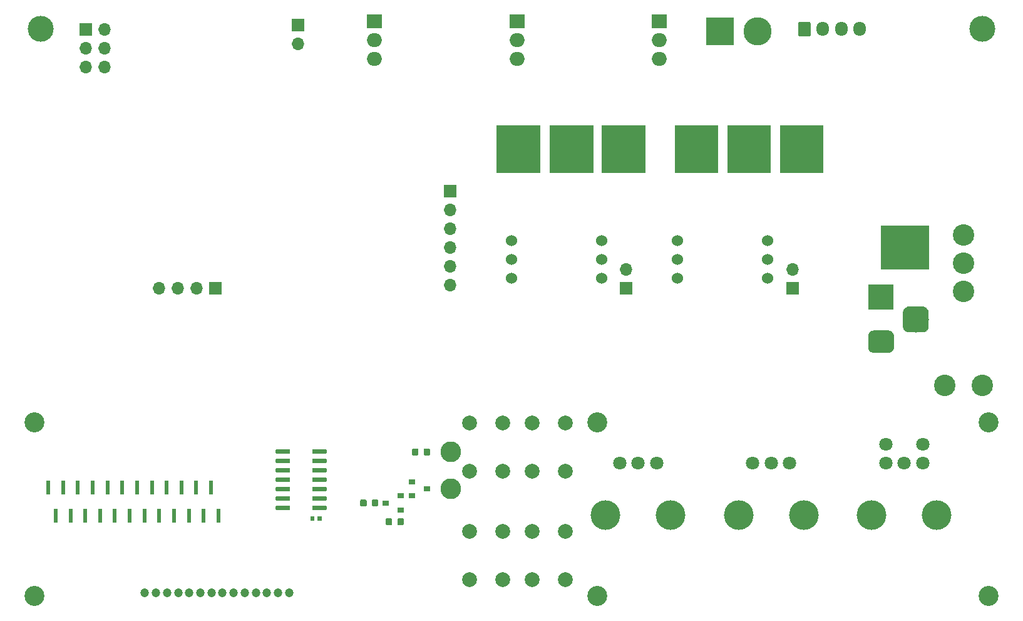
<source format=gbs>
G04 #@! TF.GenerationSoftware,KiCad,Pcbnew,(5.1.2)-1*
G04 #@! TF.CreationDate,2019-07-27T13:44:34-05:00*
G04 #@! TF.ProjectId,mk312,6d6b3331-322e-46b6-9963-61645f706362,rev?*
G04 #@! TF.SameCoordinates,Original*
G04 #@! TF.FileFunction,Soldermask,Bot*
G04 #@! TF.FilePolarity,Negative*
%FSLAX46Y46*%
G04 Gerber Fmt 4.6, Leading zero omitted, Abs format (unit mm)*
G04 Created by KiCad (PCBNEW (5.1.2)-1) date 2019-07-27 13:44:34*
%MOMM*%
%LPD*%
G04 APERTURE LIST*
%ADD10C,0.100000*%
%ADD11C,0.050000*%
%ADD12O,1.700000X1.950000*%
%ADD13C,1.700000*%
%ADD14C,3.800000*%
%ADD15R,3.800000X3.800000*%
%ADD16C,1.524000*%
%ADD17C,3.500000*%
%ADD18C,2.700000*%
%ADD19C,1.800000*%
%ADD20C,4.000000*%
%ADD21C,2.800000*%
%ADD22C,1.200000*%
%ADD23C,2.000000*%
%ADD24C,3.000000*%
%ADD25R,3.500000X3.500000*%
%ADD26O,2.000000X1.905000*%
%ADD27R,2.000000X1.905000*%
%ADD28C,2.900000*%
%ADD29R,0.600000X1.850000*%
%ADD30C,0.590000*%
%ADD31O,1.700000X1.700000*%
%ADD32R,1.700000X1.700000*%
%ADD33C,0.600000*%
%ADD34R,0.900000X0.800000*%
%ADD35C,0.875000*%
G04 APERTURE END LIST*
D10*
G36*
X199490000Y-58760000D02*
G01*
X193090000Y-58760000D01*
X193090000Y-52960000D01*
X199490000Y-52960000D01*
X199490000Y-58760000D01*
G37*
X199490000Y-58760000D02*
X193090000Y-58760000D01*
X193090000Y-52960000D01*
X199490000Y-52960000D01*
X199490000Y-58760000D01*
D11*
G36*
X185214000Y-45750000D02*
G01*
X179414000Y-45750000D01*
X179414000Y-39350000D01*
X185214000Y-39350000D01*
X185214000Y-45750000D01*
G37*
X185214000Y-45750000D02*
X179414000Y-45750000D01*
X179414000Y-39350000D01*
X185214000Y-39350000D01*
X185214000Y-45750000D01*
G36*
X178100000Y-45750000D02*
G01*
X172300000Y-45750000D01*
X172300000Y-39350000D01*
X178100000Y-39350000D01*
X178100000Y-45750000D01*
G37*
X178100000Y-45750000D02*
X172300000Y-45750000D01*
X172300000Y-39350000D01*
X178100000Y-39350000D01*
X178100000Y-45750000D01*
G36*
X170990000Y-45750000D02*
G01*
X165190000Y-45750000D01*
X165190000Y-39350000D01*
X170990000Y-39350000D01*
X170990000Y-45750000D01*
G37*
X170990000Y-45750000D02*
X165190000Y-45750000D01*
X165190000Y-39350000D01*
X170990000Y-39350000D01*
X170990000Y-45750000D01*
G36*
X161148000Y-45750000D02*
G01*
X155348000Y-45750000D01*
X155348000Y-39350000D01*
X161148000Y-39350000D01*
X161148000Y-45750000D01*
G37*
X161148000Y-45750000D02*
X155348000Y-45750000D01*
X155348000Y-39350000D01*
X161148000Y-39350000D01*
X161148000Y-45750000D01*
G36*
X154100000Y-45750000D02*
G01*
X148300000Y-45750000D01*
X148300000Y-39350000D01*
X154100000Y-39350000D01*
X154100000Y-45750000D01*
G37*
X154100000Y-45750000D02*
X148300000Y-45750000D01*
X148300000Y-39350000D01*
X154100000Y-39350000D01*
X154100000Y-45750000D01*
G36*
X146924000Y-45750000D02*
G01*
X141124000Y-45750000D01*
X141124000Y-39350000D01*
X146924000Y-39350000D01*
X146924000Y-45750000D01*
G37*
X146924000Y-45750000D02*
X141124000Y-45750000D01*
X141124000Y-39350000D01*
X146924000Y-39350000D01*
X146924000Y-45750000D01*
D12*
X190240000Y-26380000D03*
X187740000Y-26380000D03*
X185240000Y-26380000D03*
D10*
G36*
X183364504Y-25406204D02*
G01*
X183388773Y-25409804D01*
X183412571Y-25415765D01*
X183435671Y-25424030D01*
X183457849Y-25434520D01*
X183478893Y-25447133D01*
X183498598Y-25461747D01*
X183516777Y-25478223D01*
X183533253Y-25496402D01*
X183547867Y-25516107D01*
X183560480Y-25537151D01*
X183570970Y-25559329D01*
X183579235Y-25582429D01*
X183585196Y-25606227D01*
X183588796Y-25630496D01*
X183590000Y-25655000D01*
X183590000Y-27105000D01*
X183588796Y-27129504D01*
X183585196Y-27153773D01*
X183579235Y-27177571D01*
X183570970Y-27200671D01*
X183560480Y-27222849D01*
X183547867Y-27243893D01*
X183533253Y-27263598D01*
X183516777Y-27281777D01*
X183498598Y-27298253D01*
X183478893Y-27312867D01*
X183457849Y-27325480D01*
X183435671Y-27335970D01*
X183412571Y-27344235D01*
X183388773Y-27350196D01*
X183364504Y-27353796D01*
X183340000Y-27355000D01*
X182140000Y-27355000D01*
X182115496Y-27353796D01*
X182091227Y-27350196D01*
X182067429Y-27344235D01*
X182044329Y-27335970D01*
X182022151Y-27325480D01*
X182001107Y-27312867D01*
X181981402Y-27298253D01*
X181963223Y-27281777D01*
X181946747Y-27263598D01*
X181932133Y-27243893D01*
X181919520Y-27222849D01*
X181909030Y-27200671D01*
X181900765Y-27177571D01*
X181894804Y-27153773D01*
X181891204Y-27129504D01*
X181890000Y-27105000D01*
X181890000Y-25655000D01*
X181891204Y-25630496D01*
X181894804Y-25606227D01*
X181900765Y-25582429D01*
X181909030Y-25559329D01*
X181919520Y-25537151D01*
X181932133Y-25516107D01*
X181946747Y-25496402D01*
X181963223Y-25478223D01*
X181981402Y-25461747D01*
X182001107Y-25447133D01*
X182022151Y-25434520D01*
X182044329Y-25424030D01*
X182067429Y-25415765D01*
X182091227Y-25409804D01*
X182115496Y-25406204D01*
X182140000Y-25405000D01*
X183340000Y-25405000D01*
X183364504Y-25406204D01*
X183364504Y-25406204D01*
G37*
D13*
X182740000Y-26380000D03*
D14*
X176360000Y-26650000D03*
D15*
X171360000Y-26650000D03*
D16*
X143104000Y-60040000D03*
X143104000Y-57500000D03*
X143104000Y-54960000D03*
X155296000Y-54960000D03*
X155296000Y-57500000D03*
X155296000Y-60040000D03*
D17*
X206770000Y-26330000D03*
X79430000Y-26330000D03*
D18*
X207650000Y-79500000D03*
X207650000Y-103000000D03*
X154750000Y-103000000D03*
X78600000Y-103000000D03*
X154750000Y-79500000D03*
X78600000Y-79500000D03*
D19*
X193750000Y-82500000D03*
X198750000Y-82500000D03*
X198750000Y-85000000D03*
X196250000Y-85000000D03*
X193750000Y-85000000D03*
D20*
X200650000Y-92000000D03*
X191850000Y-92000000D03*
X173850000Y-92000000D03*
X182650000Y-92000000D03*
D19*
X175750000Y-85000000D03*
X178250000Y-85000000D03*
X180750000Y-85000000D03*
D20*
X155850000Y-92000000D03*
X164650000Y-92000000D03*
D19*
X157750000Y-85000000D03*
X160250000Y-85000000D03*
X162750000Y-85000000D03*
D21*
X134950000Y-88500000D03*
X134950000Y-83500000D03*
D22*
X93550000Y-102550000D03*
X95050000Y-102550000D03*
X96550000Y-102550000D03*
X98050000Y-102550000D03*
X99550000Y-102550000D03*
X101050000Y-102550000D03*
X102550000Y-102550000D03*
X104050000Y-102550000D03*
X105550000Y-102550000D03*
X107050000Y-102550000D03*
X108550000Y-102550000D03*
X110050000Y-102550000D03*
X111550000Y-102550000D03*
X113050000Y-102550000D03*
D23*
X137450000Y-79600000D03*
X137450000Y-86100000D03*
X141950000Y-79600000D03*
X141950000Y-86100000D03*
X150450000Y-86100000D03*
X150450000Y-79600000D03*
X145950000Y-86100000D03*
X145950000Y-79600000D03*
X137450000Y-94250000D03*
X137450000Y-100750000D03*
X141950000Y-94250000D03*
X141950000Y-100750000D03*
X150450000Y-100750000D03*
X150450000Y-94250000D03*
X145950000Y-100750000D03*
X145950000Y-94250000D03*
D10*
G36*
X198760765Y-63850213D02*
G01*
X198845704Y-63862813D01*
X198928999Y-63883677D01*
X199009848Y-63912605D01*
X199087472Y-63949319D01*
X199161124Y-63993464D01*
X199230094Y-64044616D01*
X199293718Y-64102282D01*
X199351384Y-64165906D01*
X199402536Y-64234876D01*
X199446681Y-64308528D01*
X199483395Y-64386152D01*
X199512323Y-64467001D01*
X199533187Y-64550296D01*
X199545787Y-64635235D01*
X199550000Y-64721000D01*
X199550000Y-66471000D01*
X199545787Y-66556765D01*
X199533187Y-66641704D01*
X199512323Y-66724999D01*
X199483395Y-66805848D01*
X199446681Y-66883472D01*
X199402536Y-66957124D01*
X199351384Y-67026094D01*
X199293718Y-67089718D01*
X199230094Y-67147384D01*
X199161124Y-67198536D01*
X199087472Y-67242681D01*
X199009848Y-67279395D01*
X198928999Y-67308323D01*
X198845704Y-67329187D01*
X198760765Y-67341787D01*
X198675000Y-67346000D01*
X196925000Y-67346000D01*
X196839235Y-67341787D01*
X196754296Y-67329187D01*
X196671001Y-67308323D01*
X196590152Y-67279395D01*
X196512528Y-67242681D01*
X196438876Y-67198536D01*
X196369906Y-67147384D01*
X196306282Y-67089718D01*
X196248616Y-67026094D01*
X196197464Y-66957124D01*
X196153319Y-66883472D01*
X196116605Y-66805848D01*
X196087677Y-66724999D01*
X196066813Y-66641704D01*
X196054213Y-66556765D01*
X196050000Y-66471000D01*
X196050000Y-64721000D01*
X196054213Y-64635235D01*
X196066813Y-64550296D01*
X196087677Y-64467001D01*
X196116605Y-64386152D01*
X196153319Y-64308528D01*
X196197464Y-64234876D01*
X196248616Y-64165906D01*
X196306282Y-64102282D01*
X196369906Y-64044616D01*
X196438876Y-63993464D01*
X196512528Y-63949319D01*
X196590152Y-63912605D01*
X196671001Y-63883677D01*
X196754296Y-63862813D01*
X196839235Y-63850213D01*
X196925000Y-63846000D01*
X198675000Y-63846000D01*
X198760765Y-63850213D01*
X198760765Y-63850213D01*
G37*
D17*
X197800000Y-65596000D03*
D10*
G36*
X194173513Y-67099611D02*
G01*
X194246318Y-67110411D01*
X194317714Y-67128295D01*
X194387013Y-67153090D01*
X194453548Y-67184559D01*
X194516678Y-67222398D01*
X194575795Y-67266242D01*
X194630330Y-67315670D01*
X194679758Y-67370205D01*
X194723602Y-67429322D01*
X194761441Y-67492452D01*
X194792910Y-67558987D01*
X194817705Y-67628286D01*
X194835589Y-67699682D01*
X194846389Y-67772487D01*
X194850000Y-67846000D01*
X194850000Y-69346000D01*
X194846389Y-69419513D01*
X194835589Y-69492318D01*
X194817705Y-69563714D01*
X194792910Y-69633013D01*
X194761441Y-69699548D01*
X194723602Y-69762678D01*
X194679758Y-69821795D01*
X194630330Y-69876330D01*
X194575795Y-69925758D01*
X194516678Y-69969602D01*
X194453548Y-70007441D01*
X194387013Y-70038910D01*
X194317714Y-70063705D01*
X194246318Y-70081589D01*
X194173513Y-70092389D01*
X194100000Y-70096000D01*
X192100000Y-70096000D01*
X192026487Y-70092389D01*
X191953682Y-70081589D01*
X191882286Y-70063705D01*
X191812987Y-70038910D01*
X191746452Y-70007441D01*
X191683322Y-69969602D01*
X191624205Y-69925758D01*
X191569670Y-69876330D01*
X191520242Y-69821795D01*
X191476398Y-69762678D01*
X191438559Y-69699548D01*
X191407090Y-69633013D01*
X191382295Y-69563714D01*
X191364411Y-69492318D01*
X191353611Y-69419513D01*
X191350000Y-69346000D01*
X191350000Y-67846000D01*
X191353611Y-67772487D01*
X191364411Y-67699682D01*
X191382295Y-67628286D01*
X191407090Y-67558987D01*
X191438559Y-67492452D01*
X191476398Y-67429322D01*
X191520242Y-67370205D01*
X191569670Y-67315670D01*
X191624205Y-67266242D01*
X191683322Y-67222398D01*
X191746452Y-67184559D01*
X191812987Y-67153090D01*
X191882286Y-67128295D01*
X191953682Y-67110411D01*
X192026487Y-67099611D01*
X192100000Y-67096000D01*
X194100000Y-67096000D01*
X194173513Y-67099611D01*
X194173513Y-67099611D01*
G37*
D24*
X193100000Y-68596000D03*
D25*
X193100000Y-62596000D03*
D26*
X163101000Y-30423800D03*
X163101000Y-27883800D03*
D27*
X163101000Y-25343800D03*
D26*
X143861000Y-30420000D03*
X143861000Y-27880000D03*
D27*
X143861000Y-25340000D03*
D26*
X124591000Y-30430000D03*
X124591000Y-27890000D03*
D27*
X124591000Y-25350000D03*
D28*
X206790000Y-74534000D03*
X201710000Y-74534000D03*
X204250000Y-54214000D03*
X204250000Y-58024000D03*
X204250000Y-61834000D03*
D29*
X80490000Y-88300000D03*
X81490000Y-92150000D03*
X82490000Y-88300000D03*
X83490000Y-92150000D03*
X84490000Y-88300000D03*
X85490000Y-92150000D03*
X86490000Y-88300000D03*
X87490000Y-92150000D03*
X88490000Y-88300000D03*
X89490000Y-92150000D03*
X90490000Y-88300000D03*
X91490000Y-92150000D03*
X92490000Y-88300000D03*
X93490000Y-92150000D03*
X94490000Y-88300000D03*
X95490000Y-92150000D03*
X96490000Y-88300000D03*
X97490000Y-92150000D03*
X98490000Y-88300000D03*
X99490000Y-92150000D03*
X100490000Y-88300000D03*
X101490000Y-92150000D03*
X102490000Y-88300000D03*
X103490000Y-92150000D03*
D10*
G36*
X116366958Y-92180710D02*
G01*
X116381276Y-92182834D01*
X116395317Y-92186351D01*
X116408946Y-92191228D01*
X116422031Y-92197417D01*
X116434447Y-92204858D01*
X116446073Y-92213481D01*
X116456798Y-92223202D01*
X116466519Y-92233927D01*
X116475142Y-92245553D01*
X116482583Y-92257969D01*
X116488772Y-92271054D01*
X116493649Y-92284683D01*
X116497166Y-92298724D01*
X116499290Y-92313042D01*
X116500000Y-92327500D01*
X116500000Y-92672500D01*
X116499290Y-92686958D01*
X116497166Y-92701276D01*
X116493649Y-92715317D01*
X116488772Y-92728946D01*
X116482583Y-92742031D01*
X116475142Y-92754447D01*
X116466519Y-92766073D01*
X116456798Y-92776798D01*
X116446073Y-92786519D01*
X116434447Y-92795142D01*
X116422031Y-92802583D01*
X116408946Y-92808772D01*
X116395317Y-92813649D01*
X116381276Y-92817166D01*
X116366958Y-92819290D01*
X116352500Y-92820000D01*
X116057500Y-92820000D01*
X116043042Y-92819290D01*
X116028724Y-92817166D01*
X116014683Y-92813649D01*
X116001054Y-92808772D01*
X115987969Y-92802583D01*
X115975553Y-92795142D01*
X115963927Y-92786519D01*
X115953202Y-92776798D01*
X115943481Y-92766073D01*
X115934858Y-92754447D01*
X115927417Y-92742031D01*
X115921228Y-92728946D01*
X115916351Y-92715317D01*
X115912834Y-92701276D01*
X115910710Y-92686958D01*
X115910000Y-92672500D01*
X115910000Y-92327500D01*
X115910710Y-92313042D01*
X115912834Y-92298724D01*
X115916351Y-92284683D01*
X115921228Y-92271054D01*
X115927417Y-92257969D01*
X115934858Y-92245553D01*
X115943481Y-92233927D01*
X115953202Y-92223202D01*
X115963927Y-92213481D01*
X115975553Y-92204858D01*
X115987969Y-92197417D01*
X116001054Y-92191228D01*
X116014683Y-92186351D01*
X116028724Y-92182834D01*
X116043042Y-92180710D01*
X116057500Y-92180000D01*
X116352500Y-92180000D01*
X116366958Y-92180710D01*
X116366958Y-92180710D01*
G37*
D30*
X116205000Y-92500000D03*
D10*
G36*
X117336958Y-92180710D02*
G01*
X117351276Y-92182834D01*
X117365317Y-92186351D01*
X117378946Y-92191228D01*
X117392031Y-92197417D01*
X117404447Y-92204858D01*
X117416073Y-92213481D01*
X117426798Y-92223202D01*
X117436519Y-92233927D01*
X117445142Y-92245553D01*
X117452583Y-92257969D01*
X117458772Y-92271054D01*
X117463649Y-92284683D01*
X117467166Y-92298724D01*
X117469290Y-92313042D01*
X117470000Y-92327500D01*
X117470000Y-92672500D01*
X117469290Y-92686958D01*
X117467166Y-92701276D01*
X117463649Y-92715317D01*
X117458772Y-92728946D01*
X117452583Y-92742031D01*
X117445142Y-92754447D01*
X117436519Y-92766073D01*
X117426798Y-92776798D01*
X117416073Y-92786519D01*
X117404447Y-92795142D01*
X117392031Y-92802583D01*
X117378946Y-92808772D01*
X117365317Y-92813649D01*
X117351276Y-92817166D01*
X117336958Y-92819290D01*
X117322500Y-92820000D01*
X117027500Y-92820000D01*
X117013042Y-92819290D01*
X116998724Y-92817166D01*
X116984683Y-92813649D01*
X116971054Y-92808772D01*
X116957969Y-92802583D01*
X116945553Y-92795142D01*
X116933927Y-92786519D01*
X116923202Y-92776798D01*
X116913481Y-92766073D01*
X116904858Y-92754447D01*
X116897417Y-92742031D01*
X116891228Y-92728946D01*
X116886351Y-92715317D01*
X116882834Y-92701276D01*
X116880710Y-92686958D01*
X116880000Y-92672500D01*
X116880000Y-92327500D01*
X116880710Y-92313042D01*
X116882834Y-92298724D01*
X116886351Y-92284683D01*
X116891228Y-92271054D01*
X116897417Y-92257969D01*
X116904858Y-92245553D01*
X116913481Y-92233927D01*
X116923202Y-92223202D01*
X116933927Y-92213481D01*
X116945553Y-92204858D01*
X116957969Y-92197417D01*
X116971054Y-92191228D01*
X116984683Y-92186351D01*
X116998724Y-92182834D01*
X117013042Y-92180710D01*
X117027500Y-92180000D01*
X117322500Y-92180000D01*
X117336958Y-92180710D01*
X117336958Y-92180710D01*
G37*
D30*
X117175000Y-92500000D03*
D31*
X158640000Y-58810000D03*
D32*
X158640000Y-61350000D03*
D31*
X181140000Y-58810000D03*
D32*
X181140000Y-61350000D03*
D31*
X114298600Y-28336000D03*
D32*
X114298600Y-25796000D03*
D31*
X95440000Y-61420000D03*
X97980000Y-61420000D03*
X100520000Y-61420000D03*
D32*
X103060000Y-61420000D03*
D31*
X134840000Y-60970000D03*
X134840000Y-58430000D03*
X134840000Y-55890000D03*
X134840000Y-53350000D03*
X134840000Y-50810000D03*
D32*
X134840000Y-48270000D03*
D31*
X88130000Y-31530000D03*
X85590000Y-31530000D03*
X88130000Y-28990000D03*
X85590000Y-28990000D03*
X88130000Y-26450000D03*
D32*
X85590000Y-26450000D03*
D10*
G36*
X118004703Y-90760722D02*
G01*
X118019264Y-90762882D01*
X118033543Y-90766459D01*
X118047403Y-90771418D01*
X118060710Y-90777712D01*
X118073336Y-90785280D01*
X118085159Y-90794048D01*
X118096066Y-90803934D01*
X118105952Y-90814841D01*
X118114720Y-90826664D01*
X118122288Y-90839290D01*
X118128582Y-90852597D01*
X118133541Y-90866457D01*
X118137118Y-90880736D01*
X118139278Y-90895297D01*
X118140000Y-90910000D01*
X118140000Y-91210000D01*
X118139278Y-91224703D01*
X118137118Y-91239264D01*
X118133541Y-91253543D01*
X118128582Y-91267403D01*
X118122288Y-91280710D01*
X118114720Y-91293336D01*
X118105952Y-91305159D01*
X118096066Y-91316066D01*
X118085159Y-91325952D01*
X118073336Y-91334720D01*
X118060710Y-91342288D01*
X118047403Y-91348582D01*
X118033543Y-91353541D01*
X118019264Y-91357118D01*
X118004703Y-91359278D01*
X117990000Y-91360000D01*
X116340000Y-91360000D01*
X116325297Y-91359278D01*
X116310736Y-91357118D01*
X116296457Y-91353541D01*
X116282597Y-91348582D01*
X116269290Y-91342288D01*
X116256664Y-91334720D01*
X116244841Y-91325952D01*
X116233934Y-91316066D01*
X116224048Y-91305159D01*
X116215280Y-91293336D01*
X116207712Y-91280710D01*
X116201418Y-91267403D01*
X116196459Y-91253543D01*
X116192882Y-91239264D01*
X116190722Y-91224703D01*
X116190000Y-91210000D01*
X116190000Y-90910000D01*
X116190722Y-90895297D01*
X116192882Y-90880736D01*
X116196459Y-90866457D01*
X116201418Y-90852597D01*
X116207712Y-90839290D01*
X116215280Y-90826664D01*
X116224048Y-90814841D01*
X116233934Y-90803934D01*
X116244841Y-90794048D01*
X116256664Y-90785280D01*
X116269290Y-90777712D01*
X116282597Y-90771418D01*
X116296457Y-90766459D01*
X116310736Y-90762882D01*
X116325297Y-90760722D01*
X116340000Y-90760000D01*
X117990000Y-90760000D01*
X118004703Y-90760722D01*
X118004703Y-90760722D01*
G37*
D33*
X117165000Y-91060000D03*
D10*
G36*
X118004703Y-89490722D02*
G01*
X118019264Y-89492882D01*
X118033543Y-89496459D01*
X118047403Y-89501418D01*
X118060710Y-89507712D01*
X118073336Y-89515280D01*
X118085159Y-89524048D01*
X118096066Y-89533934D01*
X118105952Y-89544841D01*
X118114720Y-89556664D01*
X118122288Y-89569290D01*
X118128582Y-89582597D01*
X118133541Y-89596457D01*
X118137118Y-89610736D01*
X118139278Y-89625297D01*
X118140000Y-89640000D01*
X118140000Y-89940000D01*
X118139278Y-89954703D01*
X118137118Y-89969264D01*
X118133541Y-89983543D01*
X118128582Y-89997403D01*
X118122288Y-90010710D01*
X118114720Y-90023336D01*
X118105952Y-90035159D01*
X118096066Y-90046066D01*
X118085159Y-90055952D01*
X118073336Y-90064720D01*
X118060710Y-90072288D01*
X118047403Y-90078582D01*
X118033543Y-90083541D01*
X118019264Y-90087118D01*
X118004703Y-90089278D01*
X117990000Y-90090000D01*
X116340000Y-90090000D01*
X116325297Y-90089278D01*
X116310736Y-90087118D01*
X116296457Y-90083541D01*
X116282597Y-90078582D01*
X116269290Y-90072288D01*
X116256664Y-90064720D01*
X116244841Y-90055952D01*
X116233934Y-90046066D01*
X116224048Y-90035159D01*
X116215280Y-90023336D01*
X116207712Y-90010710D01*
X116201418Y-89997403D01*
X116196459Y-89983543D01*
X116192882Y-89969264D01*
X116190722Y-89954703D01*
X116190000Y-89940000D01*
X116190000Y-89640000D01*
X116190722Y-89625297D01*
X116192882Y-89610736D01*
X116196459Y-89596457D01*
X116201418Y-89582597D01*
X116207712Y-89569290D01*
X116215280Y-89556664D01*
X116224048Y-89544841D01*
X116233934Y-89533934D01*
X116244841Y-89524048D01*
X116256664Y-89515280D01*
X116269290Y-89507712D01*
X116282597Y-89501418D01*
X116296457Y-89496459D01*
X116310736Y-89492882D01*
X116325297Y-89490722D01*
X116340000Y-89490000D01*
X117990000Y-89490000D01*
X118004703Y-89490722D01*
X118004703Y-89490722D01*
G37*
D33*
X117165000Y-89790000D03*
D10*
G36*
X118004703Y-88220722D02*
G01*
X118019264Y-88222882D01*
X118033543Y-88226459D01*
X118047403Y-88231418D01*
X118060710Y-88237712D01*
X118073336Y-88245280D01*
X118085159Y-88254048D01*
X118096066Y-88263934D01*
X118105952Y-88274841D01*
X118114720Y-88286664D01*
X118122288Y-88299290D01*
X118128582Y-88312597D01*
X118133541Y-88326457D01*
X118137118Y-88340736D01*
X118139278Y-88355297D01*
X118140000Y-88370000D01*
X118140000Y-88670000D01*
X118139278Y-88684703D01*
X118137118Y-88699264D01*
X118133541Y-88713543D01*
X118128582Y-88727403D01*
X118122288Y-88740710D01*
X118114720Y-88753336D01*
X118105952Y-88765159D01*
X118096066Y-88776066D01*
X118085159Y-88785952D01*
X118073336Y-88794720D01*
X118060710Y-88802288D01*
X118047403Y-88808582D01*
X118033543Y-88813541D01*
X118019264Y-88817118D01*
X118004703Y-88819278D01*
X117990000Y-88820000D01*
X116340000Y-88820000D01*
X116325297Y-88819278D01*
X116310736Y-88817118D01*
X116296457Y-88813541D01*
X116282597Y-88808582D01*
X116269290Y-88802288D01*
X116256664Y-88794720D01*
X116244841Y-88785952D01*
X116233934Y-88776066D01*
X116224048Y-88765159D01*
X116215280Y-88753336D01*
X116207712Y-88740710D01*
X116201418Y-88727403D01*
X116196459Y-88713543D01*
X116192882Y-88699264D01*
X116190722Y-88684703D01*
X116190000Y-88670000D01*
X116190000Y-88370000D01*
X116190722Y-88355297D01*
X116192882Y-88340736D01*
X116196459Y-88326457D01*
X116201418Y-88312597D01*
X116207712Y-88299290D01*
X116215280Y-88286664D01*
X116224048Y-88274841D01*
X116233934Y-88263934D01*
X116244841Y-88254048D01*
X116256664Y-88245280D01*
X116269290Y-88237712D01*
X116282597Y-88231418D01*
X116296457Y-88226459D01*
X116310736Y-88222882D01*
X116325297Y-88220722D01*
X116340000Y-88220000D01*
X117990000Y-88220000D01*
X118004703Y-88220722D01*
X118004703Y-88220722D01*
G37*
D33*
X117165000Y-88520000D03*
D10*
G36*
X118004703Y-86950722D02*
G01*
X118019264Y-86952882D01*
X118033543Y-86956459D01*
X118047403Y-86961418D01*
X118060710Y-86967712D01*
X118073336Y-86975280D01*
X118085159Y-86984048D01*
X118096066Y-86993934D01*
X118105952Y-87004841D01*
X118114720Y-87016664D01*
X118122288Y-87029290D01*
X118128582Y-87042597D01*
X118133541Y-87056457D01*
X118137118Y-87070736D01*
X118139278Y-87085297D01*
X118140000Y-87100000D01*
X118140000Y-87400000D01*
X118139278Y-87414703D01*
X118137118Y-87429264D01*
X118133541Y-87443543D01*
X118128582Y-87457403D01*
X118122288Y-87470710D01*
X118114720Y-87483336D01*
X118105952Y-87495159D01*
X118096066Y-87506066D01*
X118085159Y-87515952D01*
X118073336Y-87524720D01*
X118060710Y-87532288D01*
X118047403Y-87538582D01*
X118033543Y-87543541D01*
X118019264Y-87547118D01*
X118004703Y-87549278D01*
X117990000Y-87550000D01*
X116340000Y-87550000D01*
X116325297Y-87549278D01*
X116310736Y-87547118D01*
X116296457Y-87543541D01*
X116282597Y-87538582D01*
X116269290Y-87532288D01*
X116256664Y-87524720D01*
X116244841Y-87515952D01*
X116233934Y-87506066D01*
X116224048Y-87495159D01*
X116215280Y-87483336D01*
X116207712Y-87470710D01*
X116201418Y-87457403D01*
X116196459Y-87443543D01*
X116192882Y-87429264D01*
X116190722Y-87414703D01*
X116190000Y-87400000D01*
X116190000Y-87100000D01*
X116190722Y-87085297D01*
X116192882Y-87070736D01*
X116196459Y-87056457D01*
X116201418Y-87042597D01*
X116207712Y-87029290D01*
X116215280Y-87016664D01*
X116224048Y-87004841D01*
X116233934Y-86993934D01*
X116244841Y-86984048D01*
X116256664Y-86975280D01*
X116269290Y-86967712D01*
X116282597Y-86961418D01*
X116296457Y-86956459D01*
X116310736Y-86952882D01*
X116325297Y-86950722D01*
X116340000Y-86950000D01*
X117990000Y-86950000D01*
X118004703Y-86950722D01*
X118004703Y-86950722D01*
G37*
D33*
X117165000Y-87250000D03*
D10*
G36*
X118004703Y-85680722D02*
G01*
X118019264Y-85682882D01*
X118033543Y-85686459D01*
X118047403Y-85691418D01*
X118060710Y-85697712D01*
X118073336Y-85705280D01*
X118085159Y-85714048D01*
X118096066Y-85723934D01*
X118105952Y-85734841D01*
X118114720Y-85746664D01*
X118122288Y-85759290D01*
X118128582Y-85772597D01*
X118133541Y-85786457D01*
X118137118Y-85800736D01*
X118139278Y-85815297D01*
X118140000Y-85830000D01*
X118140000Y-86130000D01*
X118139278Y-86144703D01*
X118137118Y-86159264D01*
X118133541Y-86173543D01*
X118128582Y-86187403D01*
X118122288Y-86200710D01*
X118114720Y-86213336D01*
X118105952Y-86225159D01*
X118096066Y-86236066D01*
X118085159Y-86245952D01*
X118073336Y-86254720D01*
X118060710Y-86262288D01*
X118047403Y-86268582D01*
X118033543Y-86273541D01*
X118019264Y-86277118D01*
X118004703Y-86279278D01*
X117990000Y-86280000D01*
X116340000Y-86280000D01*
X116325297Y-86279278D01*
X116310736Y-86277118D01*
X116296457Y-86273541D01*
X116282597Y-86268582D01*
X116269290Y-86262288D01*
X116256664Y-86254720D01*
X116244841Y-86245952D01*
X116233934Y-86236066D01*
X116224048Y-86225159D01*
X116215280Y-86213336D01*
X116207712Y-86200710D01*
X116201418Y-86187403D01*
X116196459Y-86173543D01*
X116192882Y-86159264D01*
X116190722Y-86144703D01*
X116190000Y-86130000D01*
X116190000Y-85830000D01*
X116190722Y-85815297D01*
X116192882Y-85800736D01*
X116196459Y-85786457D01*
X116201418Y-85772597D01*
X116207712Y-85759290D01*
X116215280Y-85746664D01*
X116224048Y-85734841D01*
X116233934Y-85723934D01*
X116244841Y-85714048D01*
X116256664Y-85705280D01*
X116269290Y-85697712D01*
X116282597Y-85691418D01*
X116296457Y-85686459D01*
X116310736Y-85682882D01*
X116325297Y-85680722D01*
X116340000Y-85680000D01*
X117990000Y-85680000D01*
X118004703Y-85680722D01*
X118004703Y-85680722D01*
G37*
D33*
X117165000Y-85980000D03*
D10*
G36*
X118004703Y-84410722D02*
G01*
X118019264Y-84412882D01*
X118033543Y-84416459D01*
X118047403Y-84421418D01*
X118060710Y-84427712D01*
X118073336Y-84435280D01*
X118085159Y-84444048D01*
X118096066Y-84453934D01*
X118105952Y-84464841D01*
X118114720Y-84476664D01*
X118122288Y-84489290D01*
X118128582Y-84502597D01*
X118133541Y-84516457D01*
X118137118Y-84530736D01*
X118139278Y-84545297D01*
X118140000Y-84560000D01*
X118140000Y-84860000D01*
X118139278Y-84874703D01*
X118137118Y-84889264D01*
X118133541Y-84903543D01*
X118128582Y-84917403D01*
X118122288Y-84930710D01*
X118114720Y-84943336D01*
X118105952Y-84955159D01*
X118096066Y-84966066D01*
X118085159Y-84975952D01*
X118073336Y-84984720D01*
X118060710Y-84992288D01*
X118047403Y-84998582D01*
X118033543Y-85003541D01*
X118019264Y-85007118D01*
X118004703Y-85009278D01*
X117990000Y-85010000D01*
X116340000Y-85010000D01*
X116325297Y-85009278D01*
X116310736Y-85007118D01*
X116296457Y-85003541D01*
X116282597Y-84998582D01*
X116269290Y-84992288D01*
X116256664Y-84984720D01*
X116244841Y-84975952D01*
X116233934Y-84966066D01*
X116224048Y-84955159D01*
X116215280Y-84943336D01*
X116207712Y-84930710D01*
X116201418Y-84917403D01*
X116196459Y-84903543D01*
X116192882Y-84889264D01*
X116190722Y-84874703D01*
X116190000Y-84860000D01*
X116190000Y-84560000D01*
X116190722Y-84545297D01*
X116192882Y-84530736D01*
X116196459Y-84516457D01*
X116201418Y-84502597D01*
X116207712Y-84489290D01*
X116215280Y-84476664D01*
X116224048Y-84464841D01*
X116233934Y-84453934D01*
X116244841Y-84444048D01*
X116256664Y-84435280D01*
X116269290Y-84427712D01*
X116282597Y-84421418D01*
X116296457Y-84416459D01*
X116310736Y-84412882D01*
X116325297Y-84410722D01*
X116340000Y-84410000D01*
X117990000Y-84410000D01*
X118004703Y-84410722D01*
X118004703Y-84410722D01*
G37*
D33*
X117165000Y-84710000D03*
D10*
G36*
X118004703Y-83140722D02*
G01*
X118019264Y-83142882D01*
X118033543Y-83146459D01*
X118047403Y-83151418D01*
X118060710Y-83157712D01*
X118073336Y-83165280D01*
X118085159Y-83174048D01*
X118096066Y-83183934D01*
X118105952Y-83194841D01*
X118114720Y-83206664D01*
X118122288Y-83219290D01*
X118128582Y-83232597D01*
X118133541Y-83246457D01*
X118137118Y-83260736D01*
X118139278Y-83275297D01*
X118140000Y-83290000D01*
X118140000Y-83590000D01*
X118139278Y-83604703D01*
X118137118Y-83619264D01*
X118133541Y-83633543D01*
X118128582Y-83647403D01*
X118122288Y-83660710D01*
X118114720Y-83673336D01*
X118105952Y-83685159D01*
X118096066Y-83696066D01*
X118085159Y-83705952D01*
X118073336Y-83714720D01*
X118060710Y-83722288D01*
X118047403Y-83728582D01*
X118033543Y-83733541D01*
X118019264Y-83737118D01*
X118004703Y-83739278D01*
X117990000Y-83740000D01*
X116340000Y-83740000D01*
X116325297Y-83739278D01*
X116310736Y-83737118D01*
X116296457Y-83733541D01*
X116282597Y-83728582D01*
X116269290Y-83722288D01*
X116256664Y-83714720D01*
X116244841Y-83705952D01*
X116233934Y-83696066D01*
X116224048Y-83685159D01*
X116215280Y-83673336D01*
X116207712Y-83660710D01*
X116201418Y-83647403D01*
X116196459Y-83633543D01*
X116192882Y-83619264D01*
X116190722Y-83604703D01*
X116190000Y-83590000D01*
X116190000Y-83290000D01*
X116190722Y-83275297D01*
X116192882Y-83260736D01*
X116196459Y-83246457D01*
X116201418Y-83232597D01*
X116207712Y-83219290D01*
X116215280Y-83206664D01*
X116224048Y-83194841D01*
X116233934Y-83183934D01*
X116244841Y-83174048D01*
X116256664Y-83165280D01*
X116269290Y-83157712D01*
X116282597Y-83151418D01*
X116296457Y-83146459D01*
X116310736Y-83142882D01*
X116325297Y-83140722D01*
X116340000Y-83140000D01*
X117990000Y-83140000D01*
X118004703Y-83140722D01*
X118004703Y-83140722D01*
G37*
D33*
X117165000Y-83440000D03*
D10*
G36*
X113054703Y-83140722D02*
G01*
X113069264Y-83142882D01*
X113083543Y-83146459D01*
X113097403Y-83151418D01*
X113110710Y-83157712D01*
X113123336Y-83165280D01*
X113135159Y-83174048D01*
X113146066Y-83183934D01*
X113155952Y-83194841D01*
X113164720Y-83206664D01*
X113172288Y-83219290D01*
X113178582Y-83232597D01*
X113183541Y-83246457D01*
X113187118Y-83260736D01*
X113189278Y-83275297D01*
X113190000Y-83290000D01*
X113190000Y-83590000D01*
X113189278Y-83604703D01*
X113187118Y-83619264D01*
X113183541Y-83633543D01*
X113178582Y-83647403D01*
X113172288Y-83660710D01*
X113164720Y-83673336D01*
X113155952Y-83685159D01*
X113146066Y-83696066D01*
X113135159Y-83705952D01*
X113123336Y-83714720D01*
X113110710Y-83722288D01*
X113097403Y-83728582D01*
X113083543Y-83733541D01*
X113069264Y-83737118D01*
X113054703Y-83739278D01*
X113040000Y-83740000D01*
X111390000Y-83740000D01*
X111375297Y-83739278D01*
X111360736Y-83737118D01*
X111346457Y-83733541D01*
X111332597Y-83728582D01*
X111319290Y-83722288D01*
X111306664Y-83714720D01*
X111294841Y-83705952D01*
X111283934Y-83696066D01*
X111274048Y-83685159D01*
X111265280Y-83673336D01*
X111257712Y-83660710D01*
X111251418Y-83647403D01*
X111246459Y-83633543D01*
X111242882Y-83619264D01*
X111240722Y-83604703D01*
X111240000Y-83590000D01*
X111240000Y-83290000D01*
X111240722Y-83275297D01*
X111242882Y-83260736D01*
X111246459Y-83246457D01*
X111251418Y-83232597D01*
X111257712Y-83219290D01*
X111265280Y-83206664D01*
X111274048Y-83194841D01*
X111283934Y-83183934D01*
X111294841Y-83174048D01*
X111306664Y-83165280D01*
X111319290Y-83157712D01*
X111332597Y-83151418D01*
X111346457Y-83146459D01*
X111360736Y-83142882D01*
X111375297Y-83140722D01*
X111390000Y-83140000D01*
X113040000Y-83140000D01*
X113054703Y-83140722D01*
X113054703Y-83140722D01*
G37*
D33*
X112215000Y-83440000D03*
D10*
G36*
X113054703Y-84410722D02*
G01*
X113069264Y-84412882D01*
X113083543Y-84416459D01*
X113097403Y-84421418D01*
X113110710Y-84427712D01*
X113123336Y-84435280D01*
X113135159Y-84444048D01*
X113146066Y-84453934D01*
X113155952Y-84464841D01*
X113164720Y-84476664D01*
X113172288Y-84489290D01*
X113178582Y-84502597D01*
X113183541Y-84516457D01*
X113187118Y-84530736D01*
X113189278Y-84545297D01*
X113190000Y-84560000D01*
X113190000Y-84860000D01*
X113189278Y-84874703D01*
X113187118Y-84889264D01*
X113183541Y-84903543D01*
X113178582Y-84917403D01*
X113172288Y-84930710D01*
X113164720Y-84943336D01*
X113155952Y-84955159D01*
X113146066Y-84966066D01*
X113135159Y-84975952D01*
X113123336Y-84984720D01*
X113110710Y-84992288D01*
X113097403Y-84998582D01*
X113083543Y-85003541D01*
X113069264Y-85007118D01*
X113054703Y-85009278D01*
X113040000Y-85010000D01*
X111390000Y-85010000D01*
X111375297Y-85009278D01*
X111360736Y-85007118D01*
X111346457Y-85003541D01*
X111332597Y-84998582D01*
X111319290Y-84992288D01*
X111306664Y-84984720D01*
X111294841Y-84975952D01*
X111283934Y-84966066D01*
X111274048Y-84955159D01*
X111265280Y-84943336D01*
X111257712Y-84930710D01*
X111251418Y-84917403D01*
X111246459Y-84903543D01*
X111242882Y-84889264D01*
X111240722Y-84874703D01*
X111240000Y-84860000D01*
X111240000Y-84560000D01*
X111240722Y-84545297D01*
X111242882Y-84530736D01*
X111246459Y-84516457D01*
X111251418Y-84502597D01*
X111257712Y-84489290D01*
X111265280Y-84476664D01*
X111274048Y-84464841D01*
X111283934Y-84453934D01*
X111294841Y-84444048D01*
X111306664Y-84435280D01*
X111319290Y-84427712D01*
X111332597Y-84421418D01*
X111346457Y-84416459D01*
X111360736Y-84412882D01*
X111375297Y-84410722D01*
X111390000Y-84410000D01*
X113040000Y-84410000D01*
X113054703Y-84410722D01*
X113054703Y-84410722D01*
G37*
D33*
X112215000Y-84710000D03*
D10*
G36*
X113054703Y-85680722D02*
G01*
X113069264Y-85682882D01*
X113083543Y-85686459D01*
X113097403Y-85691418D01*
X113110710Y-85697712D01*
X113123336Y-85705280D01*
X113135159Y-85714048D01*
X113146066Y-85723934D01*
X113155952Y-85734841D01*
X113164720Y-85746664D01*
X113172288Y-85759290D01*
X113178582Y-85772597D01*
X113183541Y-85786457D01*
X113187118Y-85800736D01*
X113189278Y-85815297D01*
X113190000Y-85830000D01*
X113190000Y-86130000D01*
X113189278Y-86144703D01*
X113187118Y-86159264D01*
X113183541Y-86173543D01*
X113178582Y-86187403D01*
X113172288Y-86200710D01*
X113164720Y-86213336D01*
X113155952Y-86225159D01*
X113146066Y-86236066D01*
X113135159Y-86245952D01*
X113123336Y-86254720D01*
X113110710Y-86262288D01*
X113097403Y-86268582D01*
X113083543Y-86273541D01*
X113069264Y-86277118D01*
X113054703Y-86279278D01*
X113040000Y-86280000D01*
X111390000Y-86280000D01*
X111375297Y-86279278D01*
X111360736Y-86277118D01*
X111346457Y-86273541D01*
X111332597Y-86268582D01*
X111319290Y-86262288D01*
X111306664Y-86254720D01*
X111294841Y-86245952D01*
X111283934Y-86236066D01*
X111274048Y-86225159D01*
X111265280Y-86213336D01*
X111257712Y-86200710D01*
X111251418Y-86187403D01*
X111246459Y-86173543D01*
X111242882Y-86159264D01*
X111240722Y-86144703D01*
X111240000Y-86130000D01*
X111240000Y-85830000D01*
X111240722Y-85815297D01*
X111242882Y-85800736D01*
X111246459Y-85786457D01*
X111251418Y-85772597D01*
X111257712Y-85759290D01*
X111265280Y-85746664D01*
X111274048Y-85734841D01*
X111283934Y-85723934D01*
X111294841Y-85714048D01*
X111306664Y-85705280D01*
X111319290Y-85697712D01*
X111332597Y-85691418D01*
X111346457Y-85686459D01*
X111360736Y-85682882D01*
X111375297Y-85680722D01*
X111390000Y-85680000D01*
X113040000Y-85680000D01*
X113054703Y-85680722D01*
X113054703Y-85680722D01*
G37*
D33*
X112215000Y-85980000D03*
D10*
G36*
X113054703Y-86950722D02*
G01*
X113069264Y-86952882D01*
X113083543Y-86956459D01*
X113097403Y-86961418D01*
X113110710Y-86967712D01*
X113123336Y-86975280D01*
X113135159Y-86984048D01*
X113146066Y-86993934D01*
X113155952Y-87004841D01*
X113164720Y-87016664D01*
X113172288Y-87029290D01*
X113178582Y-87042597D01*
X113183541Y-87056457D01*
X113187118Y-87070736D01*
X113189278Y-87085297D01*
X113190000Y-87100000D01*
X113190000Y-87400000D01*
X113189278Y-87414703D01*
X113187118Y-87429264D01*
X113183541Y-87443543D01*
X113178582Y-87457403D01*
X113172288Y-87470710D01*
X113164720Y-87483336D01*
X113155952Y-87495159D01*
X113146066Y-87506066D01*
X113135159Y-87515952D01*
X113123336Y-87524720D01*
X113110710Y-87532288D01*
X113097403Y-87538582D01*
X113083543Y-87543541D01*
X113069264Y-87547118D01*
X113054703Y-87549278D01*
X113040000Y-87550000D01*
X111390000Y-87550000D01*
X111375297Y-87549278D01*
X111360736Y-87547118D01*
X111346457Y-87543541D01*
X111332597Y-87538582D01*
X111319290Y-87532288D01*
X111306664Y-87524720D01*
X111294841Y-87515952D01*
X111283934Y-87506066D01*
X111274048Y-87495159D01*
X111265280Y-87483336D01*
X111257712Y-87470710D01*
X111251418Y-87457403D01*
X111246459Y-87443543D01*
X111242882Y-87429264D01*
X111240722Y-87414703D01*
X111240000Y-87400000D01*
X111240000Y-87100000D01*
X111240722Y-87085297D01*
X111242882Y-87070736D01*
X111246459Y-87056457D01*
X111251418Y-87042597D01*
X111257712Y-87029290D01*
X111265280Y-87016664D01*
X111274048Y-87004841D01*
X111283934Y-86993934D01*
X111294841Y-86984048D01*
X111306664Y-86975280D01*
X111319290Y-86967712D01*
X111332597Y-86961418D01*
X111346457Y-86956459D01*
X111360736Y-86952882D01*
X111375297Y-86950722D01*
X111390000Y-86950000D01*
X113040000Y-86950000D01*
X113054703Y-86950722D01*
X113054703Y-86950722D01*
G37*
D33*
X112215000Y-87250000D03*
D10*
G36*
X113054703Y-88220722D02*
G01*
X113069264Y-88222882D01*
X113083543Y-88226459D01*
X113097403Y-88231418D01*
X113110710Y-88237712D01*
X113123336Y-88245280D01*
X113135159Y-88254048D01*
X113146066Y-88263934D01*
X113155952Y-88274841D01*
X113164720Y-88286664D01*
X113172288Y-88299290D01*
X113178582Y-88312597D01*
X113183541Y-88326457D01*
X113187118Y-88340736D01*
X113189278Y-88355297D01*
X113190000Y-88370000D01*
X113190000Y-88670000D01*
X113189278Y-88684703D01*
X113187118Y-88699264D01*
X113183541Y-88713543D01*
X113178582Y-88727403D01*
X113172288Y-88740710D01*
X113164720Y-88753336D01*
X113155952Y-88765159D01*
X113146066Y-88776066D01*
X113135159Y-88785952D01*
X113123336Y-88794720D01*
X113110710Y-88802288D01*
X113097403Y-88808582D01*
X113083543Y-88813541D01*
X113069264Y-88817118D01*
X113054703Y-88819278D01*
X113040000Y-88820000D01*
X111390000Y-88820000D01*
X111375297Y-88819278D01*
X111360736Y-88817118D01*
X111346457Y-88813541D01*
X111332597Y-88808582D01*
X111319290Y-88802288D01*
X111306664Y-88794720D01*
X111294841Y-88785952D01*
X111283934Y-88776066D01*
X111274048Y-88765159D01*
X111265280Y-88753336D01*
X111257712Y-88740710D01*
X111251418Y-88727403D01*
X111246459Y-88713543D01*
X111242882Y-88699264D01*
X111240722Y-88684703D01*
X111240000Y-88670000D01*
X111240000Y-88370000D01*
X111240722Y-88355297D01*
X111242882Y-88340736D01*
X111246459Y-88326457D01*
X111251418Y-88312597D01*
X111257712Y-88299290D01*
X111265280Y-88286664D01*
X111274048Y-88274841D01*
X111283934Y-88263934D01*
X111294841Y-88254048D01*
X111306664Y-88245280D01*
X111319290Y-88237712D01*
X111332597Y-88231418D01*
X111346457Y-88226459D01*
X111360736Y-88222882D01*
X111375297Y-88220722D01*
X111390000Y-88220000D01*
X113040000Y-88220000D01*
X113054703Y-88220722D01*
X113054703Y-88220722D01*
G37*
D33*
X112215000Y-88520000D03*
D10*
G36*
X113054703Y-89490722D02*
G01*
X113069264Y-89492882D01*
X113083543Y-89496459D01*
X113097403Y-89501418D01*
X113110710Y-89507712D01*
X113123336Y-89515280D01*
X113135159Y-89524048D01*
X113146066Y-89533934D01*
X113155952Y-89544841D01*
X113164720Y-89556664D01*
X113172288Y-89569290D01*
X113178582Y-89582597D01*
X113183541Y-89596457D01*
X113187118Y-89610736D01*
X113189278Y-89625297D01*
X113190000Y-89640000D01*
X113190000Y-89940000D01*
X113189278Y-89954703D01*
X113187118Y-89969264D01*
X113183541Y-89983543D01*
X113178582Y-89997403D01*
X113172288Y-90010710D01*
X113164720Y-90023336D01*
X113155952Y-90035159D01*
X113146066Y-90046066D01*
X113135159Y-90055952D01*
X113123336Y-90064720D01*
X113110710Y-90072288D01*
X113097403Y-90078582D01*
X113083543Y-90083541D01*
X113069264Y-90087118D01*
X113054703Y-90089278D01*
X113040000Y-90090000D01*
X111390000Y-90090000D01*
X111375297Y-90089278D01*
X111360736Y-90087118D01*
X111346457Y-90083541D01*
X111332597Y-90078582D01*
X111319290Y-90072288D01*
X111306664Y-90064720D01*
X111294841Y-90055952D01*
X111283934Y-90046066D01*
X111274048Y-90035159D01*
X111265280Y-90023336D01*
X111257712Y-90010710D01*
X111251418Y-89997403D01*
X111246459Y-89983543D01*
X111242882Y-89969264D01*
X111240722Y-89954703D01*
X111240000Y-89940000D01*
X111240000Y-89640000D01*
X111240722Y-89625297D01*
X111242882Y-89610736D01*
X111246459Y-89596457D01*
X111251418Y-89582597D01*
X111257712Y-89569290D01*
X111265280Y-89556664D01*
X111274048Y-89544841D01*
X111283934Y-89533934D01*
X111294841Y-89524048D01*
X111306664Y-89515280D01*
X111319290Y-89507712D01*
X111332597Y-89501418D01*
X111346457Y-89496459D01*
X111360736Y-89492882D01*
X111375297Y-89490722D01*
X111390000Y-89490000D01*
X113040000Y-89490000D01*
X113054703Y-89490722D01*
X113054703Y-89490722D01*
G37*
D33*
X112215000Y-89790000D03*
D10*
G36*
X113054703Y-90760722D02*
G01*
X113069264Y-90762882D01*
X113083543Y-90766459D01*
X113097403Y-90771418D01*
X113110710Y-90777712D01*
X113123336Y-90785280D01*
X113135159Y-90794048D01*
X113146066Y-90803934D01*
X113155952Y-90814841D01*
X113164720Y-90826664D01*
X113172288Y-90839290D01*
X113178582Y-90852597D01*
X113183541Y-90866457D01*
X113187118Y-90880736D01*
X113189278Y-90895297D01*
X113190000Y-90910000D01*
X113190000Y-91210000D01*
X113189278Y-91224703D01*
X113187118Y-91239264D01*
X113183541Y-91253543D01*
X113178582Y-91267403D01*
X113172288Y-91280710D01*
X113164720Y-91293336D01*
X113155952Y-91305159D01*
X113146066Y-91316066D01*
X113135159Y-91325952D01*
X113123336Y-91334720D01*
X113110710Y-91342288D01*
X113097403Y-91348582D01*
X113083543Y-91353541D01*
X113069264Y-91357118D01*
X113054703Y-91359278D01*
X113040000Y-91360000D01*
X111390000Y-91360000D01*
X111375297Y-91359278D01*
X111360736Y-91357118D01*
X111346457Y-91353541D01*
X111332597Y-91348582D01*
X111319290Y-91342288D01*
X111306664Y-91334720D01*
X111294841Y-91325952D01*
X111283934Y-91316066D01*
X111274048Y-91305159D01*
X111265280Y-91293336D01*
X111257712Y-91280710D01*
X111251418Y-91267403D01*
X111246459Y-91253543D01*
X111242882Y-91239264D01*
X111240722Y-91224703D01*
X111240000Y-91210000D01*
X111240000Y-90910000D01*
X111240722Y-90895297D01*
X111242882Y-90880736D01*
X111246459Y-90866457D01*
X111251418Y-90852597D01*
X111257712Y-90839290D01*
X111265280Y-90826664D01*
X111274048Y-90814841D01*
X111283934Y-90803934D01*
X111294841Y-90794048D01*
X111306664Y-90785280D01*
X111319290Y-90777712D01*
X111332597Y-90771418D01*
X111346457Y-90766459D01*
X111360736Y-90762882D01*
X111375297Y-90760722D01*
X111390000Y-90760000D01*
X113040000Y-90760000D01*
X113054703Y-90760722D01*
X113054703Y-90760722D01*
G37*
D33*
X112215000Y-91060000D03*
D34*
X131690000Y-88500000D03*
X129690000Y-87550000D03*
X129690000Y-89450000D03*
X126140000Y-90400000D03*
X128140000Y-91350000D03*
X128140000Y-89450000D03*
D10*
G36*
X128367691Y-92476053D02*
G01*
X128388926Y-92479203D01*
X128409750Y-92484419D01*
X128429962Y-92491651D01*
X128449368Y-92500830D01*
X128467781Y-92511866D01*
X128485024Y-92524654D01*
X128500930Y-92539070D01*
X128515346Y-92554976D01*
X128528134Y-92572219D01*
X128539170Y-92590632D01*
X128548349Y-92610038D01*
X128555581Y-92630250D01*
X128560797Y-92651074D01*
X128563947Y-92672309D01*
X128565000Y-92693750D01*
X128565000Y-93206250D01*
X128563947Y-93227691D01*
X128560797Y-93248926D01*
X128555581Y-93269750D01*
X128548349Y-93289962D01*
X128539170Y-93309368D01*
X128528134Y-93327781D01*
X128515346Y-93345024D01*
X128500930Y-93360930D01*
X128485024Y-93375346D01*
X128467781Y-93388134D01*
X128449368Y-93399170D01*
X128429962Y-93408349D01*
X128409750Y-93415581D01*
X128388926Y-93420797D01*
X128367691Y-93423947D01*
X128346250Y-93425000D01*
X127908750Y-93425000D01*
X127887309Y-93423947D01*
X127866074Y-93420797D01*
X127845250Y-93415581D01*
X127825038Y-93408349D01*
X127805632Y-93399170D01*
X127787219Y-93388134D01*
X127769976Y-93375346D01*
X127754070Y-93360930D01*
X127739654Y-93345024D01*
X127726866Y-93327781D01*
X127715830Y-93309368D01*
X127706651Y-93289962D01*
X127699419Y-93269750D01*
X127694203Y-93248926D01*
X127691053Y-93227691D01*
X127690000Y-93206250D01*
X127690000Y-92693750D01*
X127691053Y-92672309D01*
X127694203Y-92651074D01*
X127699419Y-92630250D01*
X127706651Y-92610038D01*
X127715830Y-92590632D01*
X127726866Y-92572219D01*
X127739654Y-92554976D01*
X127754070Y-92539070D01*
X127769976Y-92524654D01*
X127787219Y-92511866D01*
X127805632Y-92500830D01*
X127825038Y-92491651D01*
X127845250Y-92484419D01*
X127866074Y-92479203D01*
X127887309Y-92476053D01*
X127908750Y-92475000D01*
X128346250Y-92475000D01*
X128367691Y-92476053D01*
X128367691Y-92476053D01*
G37*
D35*
X128127500Y-92950000D03*
D10*
G36*
X126792691Y-92476053D02*
G01*
X126813926Y-92479203D01*
X126834750Y-92484419D01*
X126854962Y-92491651D01*
X126874368Y-92500830D01*
X126892781Y-92511866D01*
X126910024Y-92524654D01*
X126925930Y-92539070D01*
X126940346Y-92554976D01*
X126953134Y-92572219D01*
X126964170Y-92590632D01*
X126973349Y-92610038D01*
X126980581Y-92630250D01*
X126985797Y-92651074D01*
X126988947Y-92672309D01*
X126990000Y-92693750D01*
X126990000Y-93206250D01*
X126988947Y-93227691D01*
X126985797Y-93248926D01*
X126980581Y-93269750D01*
X126973349Y-93289962D01*
X126964170Y-93309368D01*
X126953134Y-93327781D01*
X126940346Y-93345024D01*
X126925930Y-93360930D01*
X126910024Y-93375346D01*
X126892781Y-93388134D01*
X126874368Y-93399170D01*
X126854962Y-93408349D01*
X126834750Y-93415581D01*
X126813926Y-93420797D01*
X126792691Y-93423947D01*
X126771250Y-93425000D01*
X126333750Y-93425000D01*
X126312309Y-93423947D01*
X126291074Y-93420797D01*
X126270250Y-93415581D01*
X126250038Y-93408349D01*
X126230632Y-93399170D01*
X126212219Y-93388134D01*
X126194976Y-93375346D01*
X126179070Y-93360930D01*
X126164654Y-93345024D01*
X126151866Y-93327781D01*
X126140830Y-93309368D01*
X126131651Y-93289962D01*
X126124419Y-93269750D01*
X126119203Y-93248926D01*
X126116053Y-93227691D01*
X126115000Y-93206250D01*
X126115000Y-92693750D01*
X126116053Y-92672309D01*
X126119203Y-92651074D01*
X126124419Y-92630250D01*
X126131651Y-92610038D01*
X126140830Y-92590632D01*
X126151866Y-92572219D01*
X126164654Y-92554976D01*
X126179070Y-92539070D01*
X126194976Y-92524654D01*
X126212219Y-92511866D01*
X126230632Y-92500830D01*
X126250038Y-92491651D01*
X126270250Y-92484419D01*
X126291074Y-92479203D01*
X126312309Y-92476053D01*
X126333750Y-92475000D01*
X126771250Y-92475000D01*
X126792691Y-92476053D01*
X126792691Y-92476053D01*
G37*
D35*
X126552500Y-92950000D03*
D10*
G36*
X131917691Y-83026053D02*
G01*
X131938926Y-83029203D01*
X131959750Y-83034419D01*
X131979962Y-83041651D01*
X131999368Y-83050830D01*
X132017781Y-83061866D01*
X132035024Y-83074654D01*
X132050930Y-83089070D01*
X132065346Y-83104976D01*
X132078134Y-83122219D01*
X132089170Y-83140632D01*
X132098349Y-83160038D01*
X132105581Y-83180250D01*
X132110797Y-83201074D01*
X132113947Y-83222309D01*
X132115000Y-83243750D01*
X132115000Y-83756250D01*
X132113947Y-83777691D01*
X132110797Y-83798926D01*
X132105581Y-83819750D01*
X132098349Y-83839962D01*
X132089170Y-83859368D01*
X132078134Y-83877781D01*
X132065346Y-83895024D01*
X132050930Y-83910930D01*
X132035024Y-83925346D01*
X132017781Y-83938134D01*
X131999368Y-83949170D01*
X131979962Y-83958349D01*
X131959750Y-83965581D01*
X131938926Y-83970797D01*
X131917691Y-83973947D01*
X131896250Y-83975000D01*
X131458750Y-83975000D01*
X131437309Y-83973947D01*
X131416074Y-83970797D01*
X131395250Y-83965581D01*
X131375038Y-83958349D01*
X131355632Y-83949170D01*
X131337219Y-83938134D01*
X131319976Y-83925346D01*
X131304070Y-83910930D01*
X131289654Y-83895024D01*
X131276866Y-83877781D01*
X131265830Y-83859368D01*
X131256651Y-83839962D01*
X131249419Y-83819750D01*
X131244203Y-83798926D01*
X131241053Y-83777691D01*
X131240000Y-83756250D01*
X131240000Y-83243750D01*
X131241053Y-83222309D01*
X131244203Y-83201074D01*
X131249419Y-83180250D01*
X131256651Y-83160038D01*
X131265830Y-83140632D01*
X131276866Y-83122219D01*
X131289654Y-83104976D01*
X131304070Y-83089070D01*
X131319976Y-83074654D01*
X131337219Y-83061866D01*
X131355632Y-83050830D01*
X131375038Y-83041651D01*
X131395250Y-83034419D01*
X131416074Y-83029203D01*
X131437309Y-83026053D01*
X131458750Y-83025000D01*
X131896250Y-83025000D01*
X131917691Y-83026053D01*
X131917691Y-83026053D01*
G37*
D35*
X131677500Y-83500000D03*
D10*
G36*
X130342691Y-83026053D02*
G01*
X130363926Y-83029203D01*
X130384750Y-83034419D01*
X130404962Y-83041651D01*
X130424368Y-83050830D01*
X130442781Y-83061866D01*
X130460024Y-83074654D01*
X130475930Y-83089070D01*
X130490346Y-83104976D01*
X130503134Y-83122219D01*
X130514170Y-83140632D01*
X130523349Y-83160038D01*
X130530581Y-83180250D01*
X130535797Y-83201074D01*
X130538947Y-83222309D01*
X130540000Y-83243750D01*
X130540000Y-83756250D01*
X130538947Y-83777691D01*
X130535797Y-83798926D01*
X130530581Y-83819750D01*
X130523349Y-83839962D01*
X130514170Y-83859368D01*
X130503134Y-83877781D01*
X130490346Y-83895024D01*
X130475930Y-83910930D01*
X130460024Y-83925346D01*
X130442781Y-83938134D01*
X130424368Y-83949170D01*
X130404962Y-83958349D01*
X130384750Y-83965581D01*
X130363926Y-83970797D01*
X130342691Y-83973947D01*
X130321250Y-83975000D01*
X129883750Y-83975000D01*
X129862309Y-83973947D01*
X129841074Y-83970797D01*
X129820250Y-83965581D01*
X129800038Y-83958349D01*
X129780632Y-83949170D01*
X129762219Y-83938134D01*
X129744976Y-83925346D01*
X129729070Y-83910930D01*
X129714654Y-83895024D01*
X129701866Y-83877781D01*
X129690830Y-83859368D01*
X129681651Y-83839962D01*
X129674419Y-83819750D01*
X129669203Y-83798926D01*
X129666053Y-83777691D01*
X129665000Y-83756250D01*
X129665000Y-83243750D01*
X129666053Y-83222309D01*
X129669203Y-83201074D01*
X129674419Y-83180250D01*
X129681651Y-83160038D01*
X129690830Y-83140632D01*
X129701866Y-83122219D01*
X129714654Y-83104976D01*
X129729070Y-83089070D01*
X129744976Y-83074654D01*
X129762219Y-83061866D01*
X129780632Y-83050830D01*
X129800038Y-83041651D01*
X129820250Y-83034419D01*
X129841074Y-83029203D01*
X129862309Y-83026053D01*
X129883750Y-83025000D01*
X130321250Y-83025000D01*
X130342691Y-83026053D01*
X130342691Y-83026053D01*
G37*
D35*
X130102500Y-83500000D03*
D10*
G36*
X123342691Y-89926053D02*
G01*
X123363926Y-89929203D01*
X123384750Y-89934419D01*
X123404962Y-89941651D01*
X123424368Y-89950830D01*
X123442781Y-89961866D01*
X123460024Y-89974654D01*
X123475930Y-89989070D01*
X123490346Y-90004976D01*
X123503134Y-90022219D01*
X123514170Y-90040632D01*
X123523349Y-90060038D01*
X123530581Y-90080250D01*
X123535797Y-90101074D01*
X123538947Y-90122309D01*
X123540000Y-90143750D01*
X123540000Y-90656250D01*
X123538947Y-90677691D01*
X123535797Y-90698926D01*
X123530581Y-90719750D01*
X123523349Y-90739962D01*
X123514170Y-90759368D01*
X123503134Y-90777781D01*
X123490346Y-90795024D01*
X123475930Y-90810930D01*
X123460024Y-90825346D01*
X123442781Y-90838134D01*
X123424368Y-90849170D01*
X123404962Y-90858349D01*
X123384750Y-90865581D01*
X123363926Y-90870797D01*
X123342691Y-90873947D01*
X123321250Y-90875000D01*
X122883750Y-90875000D01*
X122862309Y-90873947D01*
X122841074Y-90870797D01*
X122820250Y-90865581D01*
X122800038Y-90858349D01*
X122780632Y-90849170D01*
X122762219Y-90838134D01*
X122744976Y-90825346D01*
X122729070Y-90810930D01*
X122714654Y-90795024D01*
X122701866Y-90777781D01*
X122690830Y-90759368D01*
X122681651Y-90739962D01*
X122674419Y-90719750D01*
X122669203Y-90698926D01*
X122666053Y-90677691D01*
X122665000Y-90656250D01*
X122665000Y-90143750D01*
X122666053Y-90122309D01*
X122669203Y-90101074D01*
X122674419Y-90080250D01*
X122681651Y-90060038D01*
X122690830Y-90040632D01*
X122701866Y-90022219D01*
X122714654Y-90004976D01*
X122729070Y-89989070D01*
X122744976Y-89974654D01*
X122762219Y-89961866D01*
X122780632Y-89950830D01*
X122800038Y-89941651D01*
X122820250Y-89934419D01*
X122841074Y-89929203D01*
X122862309Y-89926053D01*
X122883750Y-89925000D01*
X123321250Y-89925000D01*
X123342691Y-89926053D01*
X123342691Y-89926053D01*
G37*
D35*
X123102500Y-90400000D03*
D10*
G36*
X124917691Y-89926053D02*
G01*
X124938926Y-89929203D01*
X124959750Y-89934419D01*
X124979962Y-89941651D01*
X124999368Y-89950830D01*
X125017781Y-89961866D01*
X125035024Y-89974654D01*
X125050930Y-89989070D01*
X125065346Y-90004976D01*
X125078134Y-90022219D01*
X125089170Y-90040632D01*
X125098349Y-90060038D01*
X125105581Y-90080250D01*
X125110797Y-90101074D01*
X125113947Y-90122309D01*
X125115000Y-90143750D01*
X125115000Y-90656250D01*
X125113947Y-90677691D01*
X125110797Y-90698926D01*
X125105581Y-90719750D01*
X125098349Y-90739962D01*
X125089170Y-90759368D01*
X125078134Y-90777781D01*
X125065346Y-90795024D01*
X125050930Y-90810930D01*
X125035024Y-90825346D01*
X125017781Y-90838134D01*
X124999368Y-90849170D01*
X124979962Y-90858349D01*
X124959750Y-90865581D01*
X124938926Y-90870797D01*
X124917691Y-90873947D01*
X124896250Y-90875000D01*
X124458750Y-90875000D01*
X124437309Y-90873947D01*
X124416074Y-90870797D01*
X124395250Y-90865581D01*
X124375038Y-90858349D01*
X124355632Y-90849170D01*
X124337219Y-90838134D01*
X124319976Y-90825346D01*
X124304070Y-90810930D01*
X124289654Y-90795024D01*
X124276866Y-90777781D01*
X124265830Y-90759368D01*
X124256651Y-90739962D01*
X124249419Y-90719750D01*
X124244203Y-90698926D01*
X124241053Y-90677691D01*
X124240000Y-90656250D01*
X124240000Y-90143750D01*
X124241053Y-90122309D01*
X124244203Y-90101074D01*
X124249419Y-90080250D01*
X124256651Y-90060038D01*
X124265830Y-90040632D01*
X124276866Y-90022219D01*
X124289654Y-90004976D01*
X124304070Y-89989070D01*
X124319976Y-89974654D01*
X124337219Y-89961866D01*
X124355632Y-89950830D01*
X124375038Y-89941651D01*
X124395250Y-89934419D01*
X124416074Y-89929203D01*
X124437309Y-89926053D01*
X124458750Y-89925000D01*
X124896250Y-89925000D01*
X124917691Y-89926053D01*
X124917691Y-89926053D01*
G37*
D35*
X124677500Y-90400000D03*
D16*
X165604000Y-60040000D03*
X165604000Y-57500000D03*
X165604000Y-54960000D03*
X177796000Y-54960000D03*
X177796000Y-57500000D03*
X177796000Y-60040000D03*
M02*

</source>
